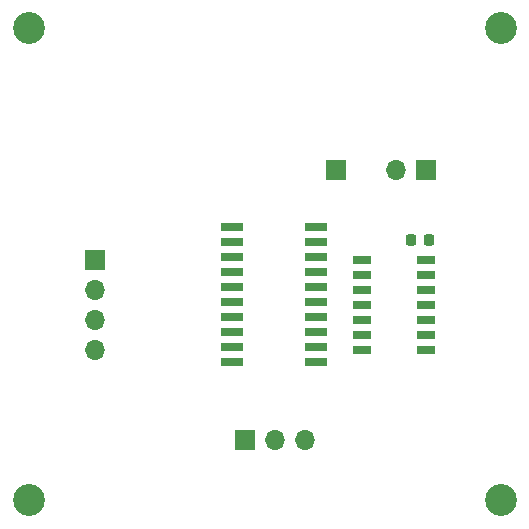
<source format=gbr>
%TF.GenerationSoftware,KiCad,Pcbnew,8.0.6*%
%TF.CreationDate,2024-12-20T03:38:08-05:00*%
%TF.ProjectId,MAX5719_breakout,4d415835-3731-4395-9f62-7265616b6f75,rev?*%
%TF.SameCoordinates,Original*%
%TF.FileFunction,Soldermask,Top*%
%TF.FilePolarity,Negative*%
%FSLAX46Y46*%
G04 Gerber Fmt 4.6, Leading zero omitted, Abs format (unit mm)*
G04 Created by KiCad (PCBNEW 8.0.6) date 2024-12-20 03:38:08*
%MOMM*%
%LPD*%
G01*
G04 APERTURE LIST*
G04 Aperture macros list*
%AMRoundRect*
0 Rectangle with rounded corners*
0 $1 Rounding radius*
0 $2 $3 $4 $5 $6 $7 $8 $9 X,Y pos of 4 corners*
0 Add a 4 corners polygon primitive as box body*
4,1,4,$2,$3,$4,$5,$6,$7,$8,$9,$2,$3,0*
0 Add four circle primitives for the rounded corners*
1,1,$1+$1,$2,$3*
1,1,$1+$1,$4,$5*
1,1,$1+$1,$6,$7*
1,1,$1+$1,$8,$9*
0 Add four rect primitives between the rounded corners*
20,1,$1+$1,$2,$3,$4,$5,0*
20,1,$1+$1,$4,$5,$6,$7,0*
20,1,$1+$1,$6,$7,$8,$9,0*
20,1,$1+$1,$8,$9,$2,$3,0*%
G04 Aperture macros list end*
%ADD10R,1.700000X1.700000*%
%ADD11O,1.700000X1.700000*%
%ADD12C,2.700000*%
%ADD13R,1.525000X0.650000*%
%ADD14R,1.825000X0.700000*%
%ADD15RoundRect,0.225000X0.225000X0.250000X-0.225000X0.250000X-0.225000X-0.250000X0.225000X-0.250000X0*%
G04 APERTURE END LIST*
D10*
%TO.C,J4*%
X144399000Y-110617000D03*
D11*
X144399000Y-113157000D03*
X144399000Y-115697000D03*
X144399000Y-118237000D03*
%TD*%
D10*
%TO.C,J3*%
X157099000Y-125857000D03*
D11*
X159639000Y-125857000D03*
X162179000Y-125857000D03*
%TD*%
D12*
%TO.C,H1*%
X178750000Y-91000000D03*
%TD*%
D10*
%TO.C,J2*%
X172440000Y-103010000D03*
D11*
X169900000Y-103010000D03*
%TD*%
D12*
%TO.C,H2*%
X178750000Y-131000000D03*
%TD*%
%TO.C,H4*%
X138750000Y-91000000D03*
%TD*%
D13*
%TO.C,IC1*%
X166958000Y-110660000D03*
X166958000Y-111930000D03*
X166958000Y-113200000D03*
X166958000Y-114470000D03*
X166958000Y-115740000D03*
X166958000Y-117010000D03*
X166958000Y-118280000D03*
X172382000Y-118280000D03*
X172382000Y-117010000D03*
X172382000Y-115740000D03*
X172382000Y-114470000D03*
X172382000Y-113200000D03*
X172382000Y-111930000D03*
X172382000Y-110660000D03*
%TD*%
D10*
%TO.C,J1*%
X164820000Y-103010000D03*
%TD*%
D12*
%TO.C,H3*%
X138750000Y-131000000D03*
%TD*%
D14*
%TO.C,IC2*%
X163074000Y-119253000D03*
X163074000Y-117983000D03*
X163074000Y-116713000D03*
X163074000Y-115443000D03*
X163074000Y-114173000D03*
X163074000Y-112903000D03*
X163074000Y-111633000D03*
X163074000Y-110363000D03*
X163074000Y-109093000D03*
X163074000Y-107823000D03*
X155950000Y-107823000D03*
X155950000Y-109093000D03*
X155950000Y-110363000D03*
X155950000Y-111633000D03*
X155950000Y-112903000D03*
X155950000Y-114173000D03*
X155950000Y-115443000D03*
X155950000Y-116713000D03*
X155950000Y-117983000D03*
X155950000Y-119253000D03*
%TD*%
D15*
%TO.C,C1*%
X172670000Y-108970000D03*
X171120000Y-108970000D03*
%TD*%
M02*

</source>
